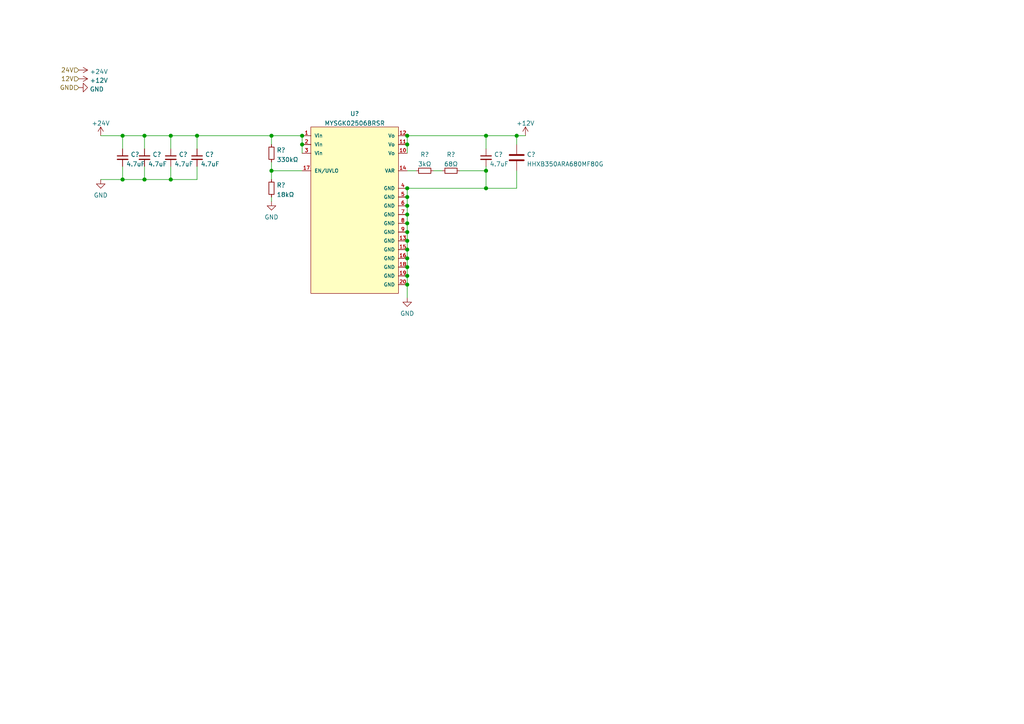
<source format=kicad_sch>
(kicad_sch (version 20210621) (generator eeschema)
  (paper "A4")
  (lib_symbols
    (symbol "Device:C" (pin_numbers hide) (pin_names (offset 0.254))
      (property "Reference" "C" (at 0.635 2.54 0))
      (property "Value" "C" (at 0.635 -2.54 0))
      (symbol "C_0_1"
        (polyline (pts (xy -2.032 -0.762) (xy 2.032 -0.762)) (stroke (width 0.508)))
        (polyline (pts (xy -2.032 0.762) (xy 2.032 0.762)) (stroke (width 0.508)))
      )
      (symbol "C_1_1"
        (pin passive line (at 0 3.81 270) (length 2.794) (name "~") (number "1"))
        (pin passive line (at 0 -3.81 90) (length 2.794) (name "~") (number "2"))
      )
    )
    (symbol "Device:C_Small" (pin_numbers hide) (pin_names (offset 0.254) hide)
      (property "Reference" "C" (at 0.254 1.778 0))
      (property "Value" "C_Small" (at 0.254 -2.032 0))
      (symbol "C_Small_0_1"
        (polyline (pts (xy -1.524 -0.508) (xy 1.524 -0.508)) (stroke (width 0.3302)))
        (polyline (pts (xy -1.524 0.508) (xy 1.524 0.508)) (stroke (width 0.3048)))
      )
      (symbol "C_Small_1_1"
        (pin passive line (at 0 2.54 270) (length 2.032) (name "~") (number "1"))
        (pin passive line (at 0 -2.54 90) (length 2.032) (name "~") (number "2"))
      )
    )
    (symbol "Device:R_Small" (pin_numbers hide) (pin_names (offset 0.254) hide)
      (property "Reference" "R" (at 0.762 0.508 0))
      (property "Value" "R_Small" (at 0.762 -1.016 0))
      (symbol "R_Small_0_1"
        (rectangle (start -0.762 1.778) (end 0.762 -1.778) (stroke (width 0.2032)))
      )
      (symbol "R_Small_1_1"
        (pin passive line (at 0 2.54 270) (length 0.762) (name "~") (number "1"))
        (pin passive line (at 0 -2.54 90) (length 0.762) (name "~") (number "2"))
      )
    )
    (symbol "MYSGK02506BRSR:MYSGK02506BRSR" (pin_names (offset 1.016))
      (property "Reference" "U" (at 0 5.08 0))
      (property "Value" "MYSGK02506BRSR" (at 0 7.62 0))
      (symbol "MYSGK02506BRSR_1_1"
        (rectangle (start 5.08 2.54) (end 30.48 -45.72) (fill (type background)))
        (pin power_in line (at 2.54 0 0) (length 2.54) (name "Vin") (number "1"))
        (pin power_in line (at 33.02 -5.08 180) (length 2.54) (name "Vo") (number "10"))
        (pin power_in line (at 33.02 -2.54 180) (length 2.54) (name "Vo") (number "11"))
        (pin power_in line (at 33.02 0 180) (length 2.54) (name "Vo") (number "12"))
        (pin power_in line (at 33.02 -30.48 180) (length 2.54) (name "GND") (number "13"))
        (pin passive line (at 33.02 -10.16 180) (length 2.54) (name "VAR") (number "14"))
        (pin power_in line (at 33.02 -33.02 180) (length 2.54) (name "GND") (number "15"))
        (pin power_in line (at 33.02 -35.56 180) (length 2.54) (name "GND") (number "16"))
        (pin passive line (at 2.54 -10.16 0) (length 2.54) (name "EN/UVLO") (number "17"))
        (pin power_in line (at 33.02 -38.1 180) (length 2.54) (name "GND") (number "18"))
        (pin power_in line (at 33.02 -40.64 180) (length 2.54) (name "GND") (number "19"))
        (pin power_in line (at 2.54 -2.54 0) (length 2.54) (name "Vin") (number "2"))
        (pin power_in line (at 33.02 -43.18 180) (length 2.54) (name "GND") (number "20"))
        (pin power_in line (at 2.54 -5.08 0) (length 2.54) (name "Vin") (number "3"))
        (pin power_in line (at 33.02 -15.24 180) (length 2.54) (name "GND") (number "4"))
        (pin power_in line (at 33.02 -17.78 180) (length 2.54) (name "GND") (number "5"))
        (pin power_in line (at 33.02 -20.32 180) (length 2.54) (name "GND") (number "6"))
        (pin power_in line (at 33.02 -22.86 180) (length 2.54) (name "GND") (number "7"))
        (pin power_in line (at 33.02 -25.4 180) (length 2.54) (name "GND") (number "8"))
        (pin power_in line (at 33.02 -27.94 180) (length 2.54) (name "GND") (number "9"))
      )
    )
    (symbol "power:+12V" (power) (pin_names (offset 0))
      (property "Value" "+12V" (at 0 3.556 0))
      (symbol "+12V_0_1"
        (polyline (pts (xy -0.762 1.27) (xy 0 2.54)))
        (polyline (pts (xy 0 0) (xy 0 2.54)))
        (polyline (pts (xy 0 2.54) (xy 0.762 1.27)))
      )
      (symbol "+12V_1_1"
        (pin power_in line (at 0 0 90) (length 0) hide (name "+12V") (number "1"))
      )
    )
    (symbol "power:+24V" (power) (pin_names (offset 0))
      (property "Value" "+24V" (at 0 3.556 0))
      (symbol "+24V_0_1"
        (polyline (pts (xy -0.762 1.27) (xy 0 2.54)))
        (polyline (pts (xy 0 0) (xy 0 2.54)))
        (polyline (pts (xy 0 2.54) (xy 0.762 1.27)))
      )
      (symbol "+24V_1_1"
        (pin power_in line (at 0 0 90) (length 0) hide (name "+24V") (number "1"))
      )
    )
    (symbol "power:GND" (power) (pin_names (offset 0))
      (property "Value" "GND" (at 0 -3.81 0))
      (symbol "GND_0_1"
        (polyline (pts (xy 0 0) (xy 0 -1.27) (xy 1.27 -1.27) (xy 0 -2.54) (xy -1.27 -1.27) (xy 0 -1.27)))
      )
      (symbol "GND_1_1"
        (pin power_in line (at 0 0 270) (length 0) hide (name "GND") (number "1"))
      )
    )
  )
  (junction (at 35.56 39.37) (diameter 1.016))
  (junction (at 35.56 52.07) (diameter 1.016))
  (junction (at 41.91 39.37) (diameter 1.016))
  (junction (at 41.91 52.07) (diameter 1.016))
  (junction (at 49.53 39.37) (diameter 1.016))
  (junction (at 49.53 52.07) (diameter 1.016))
  (junction (at 57.15 39.37) (diameter 1.016))
  (junction (at 78.74 39.37) (diameter 1.016))
  (junction (at 78.74 49.53) (diameter 1.016))
  (junction (at 87.63 39.37) (diameter 1.016))
  (junction (at 87.63 41.91) (diameter 1.016))
  (junction (at 118.11 39.37) (diameter 1.016))
  (junction (at 118.11 41.91) (diameter 1.016))
  (junction (at 118.11 54.61) (diameter 1.016))
  (junction (at 118.11 57.15) (diameter 1.016))
  (junction (at 118.11 59.69) (diameter 1.016))
  (junction (at 118.11 62.23) (diameter 1.016))
  (junction (at 118.11 64.77) (diameter 1.016))
  (junction (at 118.11 67.31) (diameter 1.016))
  (junction (at 118.11 69.85) (diameter 1.016))
  (junction (at 118.11 72.39) (diameter 1.016))
  (junction (at 118.11 74.93) (diameter 1.016))
  (junction (at 118.11 77.47) (diameter 1.016))
  (junction (at 118.11 80.01) (diameter 1.016))
  (junction (at 118.11 82.55) (diameter 1.016))
  (junction (at 140.97 39.37) (diameter 1.016))
  (junction (at 140.97 49.53) (diameter 1.016))
  (junction (at 140.97 54.61) (diameter 1.016))
  (junction (at 149.86 39.37) (diameter 1.016))
  (wire (pts (xy 29.21 39.37) (xy 35.56 39.37)))
  (wire (pts (xy 29.21 52.07) (xy 35.56 52.07)))
  (wire (pts (xy 35.56 39.37) (xy 35.56 43.18)))
  (wire (pts (xy 35.56 39.37) (xy 41.91 39.37)))
  (wire (pts (xy 35.56 48.26) (xy 35.56 52.07)))
  (wire (pts (xy 35.56 52.07) (xy 41.91 52.07)))
  (wire (pts (xy 41.91 39.37) (xy 41.91 43.18)))
  (wire (pts (xy 41.91 39.37) (xy 49.53 39.37)))
  (wire (pts (xy 41.91 48.26) (xy 41.91 52.07)))
  (wire (pts (xy 41.91 52.07) (xy 49.53 52.07)))
  (wire (pts (xy 49.53 39.37) (xy 49.53 43.18)))
  (wire (pts (xy 49.53 39.37) (xy 57.15 39.37)))
  (wire (pts (xy 49.53 48.26) (xy 49.53 52.07)))
  (wire (pts (xy 49.53 52.07) (xy 57.15 52.07)))
  (wire (pts (xy 57.15 39.37) (xy 57.15 43.18)))
  (wire (pts (xy 57.15 39.37) (xy 78.74 39.37)))
  (wire (pts (xy 57.15 48.26) (xy 57.15 52.07)))
  (wire (pts (xy 78.74 39.37) (xy 78.74 41.91)))
  (wire (pts (xy 78.74 39.37) (xy 87.63 39.37)))
  (wire (pts (xy 78.74 46.99) (xy 78.74 49.53)))
  (wire (pts (xy 78.74 49.53) (xy 78.74 52.07)))
  (wire (pts (xy 78.74 49.53) (xy 87.63 49.53)))
  (wire (pts (xy 78.74 57.15) (xy 78.74 58.42)))
  (wire (pts (xy 87.63 39.37) (xy 87.63 41.91)))
  (wire (pts (xy 87.63 41.91) (xy 87.63 44.45)))
  (wire (pts (xy 118.11 39.37) (xy 118.11 41.91)))
  (wire (pts (xy 118.11 39.37) (xy 140.97 39.37)))
  (wire (pts (xy 118.11 41.91) (xy 118.11 44.45)))
  (wire (pts (xy 118.11 49.53) (xy 120.65 49.53)))
  (wire (pts (xy 118.11 54.61) (xy 118.11 57.15)))
  (wire (pts (xy 118.11 54.61) (xy 140.97 54.61)))
  (wire (pts (xy 118.11 57.15) (xy 118.11 59.69)))
  (wire (pts (xy 118.11 59.69) (xy 118.11 62.23)))
  (wire (pts (xy 118.11 62.23) (xy 118.11 64.77)))
  (wire (pts (xy 118.11 64.77) (xy 118.11 67.31)))
  (wire (pts (xy 118.11 67.31) (xy 118.11 69.85)))
  (wire (pts (xy 118.11 69.85) (xy 118.11 72.39)))
  (wire (pts (xy 118.11 72.39) (xy 118.11 74.93)))
  (wire (pts (xy 118.11 74.93) (xy 118.11 77.47)))
  (wire (pts (xy 118.11 77.47) (xy 118.11 80.01)))
  (wire (pts (xy 118.11 80.01) (xy 118.11 82.55)))
  (wire (pts (xy 118.11 82.55) (xy 118.11 86.36)))
  (wire (pts (xy 125.73 49.53) (xy 128.27 49.53)))
  (wire (pts (xy 133.35 49.53) (xy 140.97 49.53)))
  (wire (pts (xy 140.97 39.37) (xy 140.97 43.18)))
  (wire (pts (xy 140.97 39.37) (xy 149.86 39.37)))
  (wire (pts (xy 140.97 48.26) (xy 140.97 49.53)))
  (wire (pts (xy 140.97 49.53) (xy 140.97 54.61)))
  (wire (pts (xy 140.97 54.61) (xy 149.86 54.61)))
  (wire (pts (xy 149.86 39.37) (xy 149.86 41.91)))
  (wire (pts (xy 149.86 39.37) (xy 152.4 39.37)))
  (wire (pts (xy 149.86 49.53) (xy 149.86 54.61)))
  (hierarchical_label "24V" (shape input) (at 22.86 20.32 180))
  (hierarchical_label "12V" (shape input) (at 22.86 22.86 180))
  (hierarchical_label "GND" (shape input) (at 22.86 25.4 180))
  (symbol (lib_id "power:+24V") (at 22.86 20.32 270) (unit 1)
    (property "Reference" "#PWR?" (effects hide))
    (property "Value" "+24V" (at 26.0351 20.799 90) (effects (justify left)))
  )
  (symbol (lib_id "power:+12V") (at 22.86 22.86 270) (unit 1)
    (property "Reference" "#PWR?" (effects hide))
    (property "Value" "+12V" (at 26.0351 23.339 90) (effects (justify left)))
  )
  (symbol (lib_id "power:+24V") (at 29.21 39.37 0) (unit 1)
    (property "Reference" "#PWR?" (effects hide))
    (property "Value" "+24V" (at 29.21 35.7654 0))
  )
  (symbol (lib_id "power:+12V") (at 152.4 39.37 0) (unit 1)
    (property "Reference" "#PWR?" (effects hide))
    (property "Value" "+12V" (at 152.4 35.7654 0))
  )
  (symbol (lib_id "power:GND") (at 22.86 25.4 90) (unit 1)
    (property "Reference" "#PWR?" (effects hide))
    (property "Value" "GND" (at 26.0351 25.879 90) (effects (justify right)))
  )
  (symbol (lib_id "power:GND") (at 29.21 52.07 0) (unit 1)
    (property "Reference" "#PWR?" (effects hide))
    (property "Value" "GND" (at 29.21 56.6326 0))
  )
  (symbol (lib_id "power:GND") (at 78.74 58.42 0) (unit 1)
    (property "Reference" "#PWR?" (effects hide))
    (property "Value" "GND" (at 78.74 62.9826 0))
  )
  (symbol (lib_id "power:GND") (at 118.11 86.36 0) (unit 1)
    (property "Reference" "#PWR?" (effects hide))
    (property "Value" "GND" (at 118.11 90.9226 0))
  )
  (symbol (lib_id "Device:R_Small") (at 78.74 44.45 0) (unit 1)
    (property "Reference" "R?" (at 80.2387 43.5415 0) (effects (justify left)))
    (property "Value" "330kΩ" (at 80.2387 46.3166 0) (effects (justify left)))
  )
  (symbol (lib_id "Device:R_Small") (at 78.74 54.61 0) (unit 1)
    (property "Reference" "R?" (at 80.2387 53.7015 0) (effects (justify left)))
    (property "Value" "18kΩ" (at 80.2387 56.4766 0) (effects (justify left)))
  )
  (symbol (lib_id "Device:R_Small") (at 123.19 49.53 90) (unit 1)
    (property "Reference" "R?" (at 123.19 44.8268 90))
    (property "Value" "3kΩ" (at 123.19 47.6019 90))
  )
  (symbol (lib_id "Device:R_Small") (at 130.81 49.53 90) (unit 1)
    (property "Reference" "R?" (at 130.81 44.8268 90))
    (property "Value" "68Ω" (at 130.81 47.6019 90))
  )
  (symbol (lib_id "Device:C_Small") (at 35.56 45.72 0) (unit 1)
    (property "Reference" "C?" (at 37.8842 44.8115 0) (effects (justify left)))
    (property "Value" "4.7uF" (at 36.6142 47.5866 0) (effects (justify left)))
  )
  (symbol (lib_id "Device:C_Small") (at 41.91 45.72 0) (unit 1)
    (property "Reference" "C?" (at 44.2342 44.8115 0) (effects (justify left)))
    (property "Value" "4.7uF" (at 42.9642 47.5866 0) (effects (justify left)))
  )
  (symbol (lib_id "Device:C_Small") (at 49.53 45.72 0) (unit 1)
    (property "Reference" "C?" (at 51.8542 44.8115 0) (effects (justify left)))
    (property "Value" "4.7uF" (at 50.5842 47.5866 0) (effects (justify left)))
  )
  (symbol (lib_id "Device:C_Small") (at 57.15 45.72 0) (unit 1)
    (property "Reference" "C?" (at 59.4742 44.8115 0) (effects (justify left)))
    (property "Value" "4.7uF" (at 58.2042 47.5866 0) (effects (justify left)))
  )
  (symbol (lib_id "Device:C_Small") (at 140.97 45.72 0) (unit 1)
    (property "Reference" "C?" (at 143.2942 44.8115 0) (effects (justify left)))
    (property "Value" "4.7uF" (at 142.0242 47.5866 0) (effects (justify left)))
  )
  (symbol (lib_id "Device:C") (at 149.86 45.72 0) (unit 1)
    (property "Reference" "C?" (at 152.7811 44.8115 0) (effects (justify left)))
    (property "Value" "HHXB350ARA680MF80G" (at 152.7811 47.5866 0) (effects (justify left)))
    (property "Footprint" "Capacitor_SMD:CP_Elec_6.3x7.7" (effects hide))
  )
  (symbol (lib_id "MYSGK02506BRSR:MYSGK02506BRSR") (at 85.09 39.37 0) (unit 1)
    (property "Reference" "U?" (at 102.87 32.9904 0))
    (property "Value" "MYSGK02506BRSR" (at 102.87 35.7655 0))
    (property "Footprint" "Murata-MYSGK-06-0-0-*" (effects hide))
    (property "Datasheet" "https://power.murata.com/pub/data/power/mysgk02506brsr.pdf" (effects hide))
    (property "ambient temperature range high" "+85°C" (effects hide))
    (property "ambient temperature range low" "-40°C" (effects hide))
    (property "automotive" "No" (effects hide))
    (property "category" "IC" (effects hide))
    (property "device class L1" "Integrated Circuits (ICs)" (effects hide))
    (property "device class L2" "Power Management ICs" (effects hide))
    (property "device class L3" "Voltage Regulators - Switching" (effects hide))
    (property "digikey description" "DC DC CONVERTER 5-25V 150W" (effects hide))
    (property "digikey part number" "811-3454-1-ND" (effects hide))
    (property "height" "7.5mm" (effects hide))
    (property "lead free" "Yes" (effects hide))
    (property "library id" "597acd3956468dc0" (effects hide))
    (property "manufacturer" "Murata" (effects hide))
    (property "max supply voltage" "42V" (effects hide))
    (property "min supply voltage" "13.5V" (effects hide))
    (property "mouser part number" "580-MYSGK02506BRSR" (effects hide))
    (property "nominal supply current" "22mA" (effects hide))
    (property "number of outputs" "1" (effects hide))
    (property "output current" "6A" (effects hide))
    (property "output type" "AdjustableProgrammable" (effects hide))
    (property "output voltage" "5-25V" (effects hide))
    (property "package" "SMD_MOD_14MM7_16MM3" (effects hide))
    (property "rohs" "Yes" (effects hide))
    (property "switching frequency" "380kHz" (effects hide))
    (property "switching topology" "Buck" (effects hide))
    (property "temperature range high" "+85°C" (effects hide))
    (property "temperature range low" "-40°C" (effects hide))
  )
)
</source>
